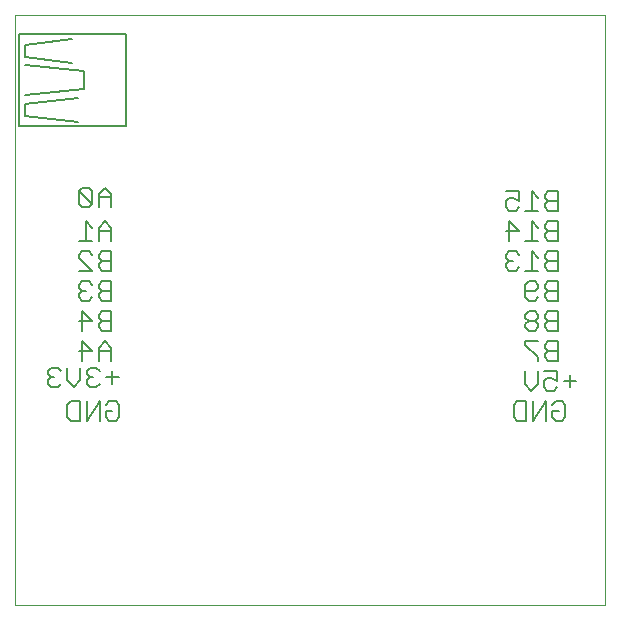
<source format=gbo>
G75*
%MOIN*%
%OFA0B0*%
%FSLAX25Y25*%
%IPPOS*%
%LPD*%
%AMOC8*
5,1,8,0,0,1.08239X$1,22.5*
%
%ADD10C,0.00000*%
%ADD11C,0.00600*%
%ADD12C,0.00500*%
D10*
X0001800Y0002083D02*
X0001800Y0198934D01*
X0198650Y0198934D01*
X0198650Y0002083D01*
X0001800Y0002083D01*
D11*
X0020406Y0063633D02*
X0019339Y0064701D01*
X0019339Y0068971D01*
X0020406Y0070039D01*
X0023609Y0070039D01*
X0023609Y0063633D01*
X0020406Y0063633D01*
X0025784Y0063633D02*
X0025784Y0070039D01*
X0030055Y0070039D02*
X0025784Y0063633D01*
X0030055Y0063633D02*
X0030055Y0070039D01*
X0032230Y0068971D02*
X0033297Y0070039D01*
X0035432Y0070039D01*
X0036500Y0068971D01*
X0036500Y0064701D01*
X0035432Y0063633D01*
X0033297Y0063633D01*
X0032230Y0064701D01*
X0032230Y0066836D01*
X0034365Y0066836D01*
X0028987Y0074883D02*
X0026852Y0074883D01*
X0025784Y0075951D01*
X0025784Y0077018D01*
X0026852Y0078086D01*
X0027919Y0078086D01*
X0026852Y0078086D02*
X0025784Y0079154D01*
X0025784Y0080221D01*
X0026852Y0081289D01*
X0028987Y0081289D01*
X0030055Y0080221D01*
X0032230Y0078086D02*
X0036500Y0078086D01*
X0034365Y0080221D02*
X0034365Y0075951D01*
X0030055Y0075951D02*
X0028987Y0074883D01*
X0023609Y0077018D02*
X0023609Y0081289D01*
X0024352Y0083633D02*
X0024352Y0090039D01*
X0027555Y0086836D01*
X0023284Y0086836D01*
X0029730Y0086836D02*
X0034000Y0086836D01*
X0034000Y0087904D02*
X0034000Y0083633D01*
X0029730Y0083633D02*
X0029730Y0087904D01*
X0031865Y0090039D01*
X0034000Y0087904D01*
X0034000Y0093633D02*
X0030797Y0093633D01*
X0029730Y0094701D01*
X0029730Y0095768D01*
X0030797Y0096836D01*
X0034000Y0096836D01*
X0034000Y0093633D02*
X0034000Y0100039D01*
X0030797Y0100039D01*
X0029730Y0098971D01*
X0029730Y0097904D01*
X0030797Y0096836D01*
X0027555Y0096836D02*
X0023284Y0096836D01*
X0024352Y0093633D02*
X0024352Y0100039D01*
X0027555Y0096836D01*
X0026487Y0103633D02*
X0024352Y0103633D01*
X0023284Y0104701D01*
X0023284Y0105768D01*
X0024352Y0106836D01*
X0025419Y0106836D01*
X0024352Y0106836D02*
X0023284Y0107904D01*
X0023284Y0108971D01*
X0024352Y0110039D01*
X0026487Y0110039D01*
X0027555Y0108971D01*
X0029730Y0108971D02*
X0029730Y0107904D01*
X0030797Y0106836D01*
X0034000Y0106836D01*
X0034000Y0103633D02*
X0034000Y0110039D01*
X0030797Y0110039D01*
X0029730Y0108971D01*
X0030797Y0106836D02*
X0029730Y0105768D01*
X0029730Y0104701D01*
X0030797Y0103633D01*
X0034000Y0103633D01*
X0027555Y0104701D02*
X0026487Y0103633D01*
X0027555Y0113633D02*
X0023284Y0113633D01*
X0027555Y0113633D02*
X0023284Y0117904D01*
X0023284Y0118971D01*
X0024352Y0120039D01*
X0026487Y0120039D01*
X0027555Y0118971D01*
X0029730Y0118971D02*
X0029730Y0117904D01*
X0030797Y0116836D01*
X0034000Y0116836D01*
X0034000Y0113633D02*
X0030797Y0113633D01*
X0029730Y0114701D01*
X0029730Y0115768D01*
X0030797Y0116836D01*
X0029730Y0118971D02*
X0030797Y0120039D01*
X0034000Y0120039D01*
X0034000Y0113633D01*
X0034000Y0123633D02*
X0034000Y0127904D01*
X0031865Y0130039D01*
X0029730Y0127904D01*
X0029730Y0123633D01*
X0027555Y0123633D02*
X0023284Y0123633D01*
X0025419Y0123633D02*
X0025419Y0130039D01*
X0027555Y0127904D01*
X0029730Y0126836D02*
X0034000Y0126836D01*
X0034000Y0134883D02*
X0034000Y0139154D01*
X0031865Y0141289D01*
X0029730Y0139154D01*
X0029730Y0134883D01*
X0027555Y0135951D02*
X0023284Y0140221D01*
X0023284Y0135951D01*
X0024352Y0134883D01*
X0026487Y0134883D01*
X0027555Y0135951D01*
X0027555Y0140221D01*
X0026487Y0141289D01*
X0024352Y0141289D01*
X0023284Y0140221D01*
X0029730Y0138086D02*
X0034000Y0138086D01*
X0019339Y0081289D02*
X0019339Y0077018D01*
X0021474Y0074883D01*
X0023609Y0077018D01*
X0017164Y0075951D02*
X0016096Y0074883D01*
X0013961Y0074883D01*
X0012893Y0075951D01*
X0012893Y0077018D01*
X0013961Y0078086D01*
X0015028Y0078086D01*
X0013961Y0078086D02*
X0012893Y0079154D01*
X0012893Y0080221D01*
X0013961Y0081289D01*
X0016096Y0081289D01*
X0017164Y0080221D01*
X0165589Y0114701D02*
X0166656Y0113633D01*
X0168791Y0113633D01*
X0169859Y0114701D01*
X0172034Y0113633D02*
X0176305Y0113633D01*
X0174169Y0113633D02*
X0174169Y0120039D01*
X0176305Y0117904D01*
X0178480Y0117904D02*
X0179547Y0116836D01*
X0182750Y0116836D01*
X0182750Y0113633D02*
X0179547Y0113633D01*
X0178480Y0114701D01*
X0178480Y0115768D01*
X0179547Y0116836D01*
X0178480Y0117904D02*
X0178480Y0118971D01*
X0179547Y0120039D01*
X0182750Y0120039D01*
X0182750Y0113633D01*
X0182750Y0110039D02*
X0179547Y0110039D01*
X0178480Y0108971D01*
X0178480Y0107904D01*
X0179547Y0106836D01*
X0182750Y0106836D01*
X0182750Y0103633D02*
X0182750Y0110039D01*
X0179547Y0106836D02*
X0178480Y0105768D01*
X0178480Y0104701D01*
X0179547Y0103633D01*
X0182750Y0103633D01*
X0182750Y0100039D02*
X0179547Y0100039D01*
X0178480Y0098971D01*
X0178480Y0097904D01*
X0179547Y0096836D01*
X0182750Y0096836D01*
X0182750Y0093633D02*
X0182750Y0100039D01*
X0179547Y0096836D02*
X0178480Y0095768D01*
X0178480Y0094701D01*
X0179547Y0093633D01*
X0182750Y0093633D01*
X0182750Y0090039D02*
X0179547Y0090039D01*
X0178480Y0088971D01*
X0178480Y0087904D01*
X0179547Y0086836D01*
X0182750Y0086836D01*
X0182750Y0083633D02*
X0179547Y0083633D01*
X0178480Y0084701D01*
X0178480Y0085768D01*
X0179547Y0086836D01*
X0182750Y0083633D02*
X0182750Y0090039D01*
X0176305Y0090039D02*
X0172034Y0090039D01*
X0172034Y0088971D01*
X0176305Y0084701D01*
X0176305Y0083633D01*
X0176109Y0080039D02*
X0176109Y0075768D01*
X0173974Y0073633D01*
X0171839Y0075768D01*
X0171839Y0080039D01*
X0178284Y0080039D02*
X0182555Y0080039D01*
X0182555Y0076836D01*
X0180419Y0077904D01*
X0179352Y0077904D01*
X0178284Y0076836D01*
X0178284Y0074701D01*
X0179352Y0073633D01*
X0181487Y0073633D01*
X0182555Y0074701D01*
X0184730Y0076836D02*
X0189000Y0076836D01*
X0186865Y0078971D02*
X0186865Y0074701D01*
X0184182Y0070039D02*
X0182047Y0070039D01*
X0180980Y0068971D01*
X0180980Y0066836D02*
X0183115Y0066836D01*
X0180980Y0066836D02*
X0180980Y0064701D01*
X0182047Y0063633D01*
X0184182Y0063633D01*
X0185250Y0064701D01*
X0185250Y0068971D01*
X0184182Y0070039D01*
X0178805Y0070039D02*
X0178805Y0063633D01*
X0174534Y0063633D02*
X0174534Y0070039D01*
X0172359Y0070039D02*
X0169156Y0070039D01*
X0168089Y0068971D01*
X0168089Y0064701D01*
X0169156Y0063633D01*
X0172359Y0063633D01*
X0172359Y0070039D01*
X0178805Y0070039D02*
X0174534Y0063633D01*
X0175237Y0093633D02*
X0173102Y0093633D01*
X0172034Y0094701D01*
X0172034Y0095768D01*
X0173102Y0096836D01*
X0175237Y0096836D01*
X0176305Y0097904D01*
X0176305Y0098971D01*
X0175237Y0100039D01*
X0173102Y0100039D01*
X0172034Y0098971D01*
X0172034Y0097904D01*
X0173102Y0096836D01*
X0175237Y0096836D02*
X0176305Y0095768D01*
X0176305Y0094701D01*
X0175237Y0093633D01*
X0175237Y0103633D02*
X0173102Y0103633D01*
X0172034Y0104701D01*
X0172034Y0108971D01*
X0173102Y0110039D01*
X0175237Y0110039D01*
X0176305Y0108971D01*
X0176305Y0107904D01*
X0175237Y0106836D01*
X0172034Y0106836D01*
X0175237Y0103633D02*
X0176305Y0104701D01*
X0165589Y0114701D02*
X0165589Y0115768D01*
X0166656Y0116836D01*
X0167724Y0116836D01*
X0166656Y0116836D02*
X0165589Y0117904D01*
X0165589Y0118971D01*
X0166656Y0120039D01*
X0168791Y0120039D01*
X0169859Y0118971D01*
X0172034Y0123633D02*
X0176305Y0123633D01*
X0174169Y0123633D02*
X0174169Y0130039D01*
X0176305Y0127904D01*
X0178480Y0127904D02*
X0179547Y0126836D01*
X0182750Y0126836D01*
X0182750Y0123633D02*
X0179547Y0123633D01*
X0178480Y0124701D01*
X0178480Y0125768D01*
X0179547Y0126836D01*
X0178480Y0127904D02*
X0178480Y0128971D01*
X0179547Y0130039D01*
X0182750Y0130039D01*
X0182750Y0123633D01*
X0182750Y0133633D02*
X0179547Y0133633D01*
X0178480Y0134701D01*
X0178480Y0135768D01*
X0179547Y0136836D01*
X0182750Y0136836D01*
X0182750Y0133633D02*
X0182750Y0140039D01*
X0179547Y0140039D01*
X0178480Y0138971D01*
X0178480Y0137904D01*
X0179547Y0136836D01*
X0176305Y0137904D02*
X0174169Y0140039D01*
X0174169Y0133633D01*
X0172034Y0133633D02*
X0176305Y0133633D01*
X0169859Y0134701D02*
X0168791Y0133633D01*
X0166656Y0133633D01*
X0165589Y0134701D01*
X0165589Y0136836D01*
X0166656Y0137904D01*
X0167724Y0137904D01*
X0169859Y0136836D01*
X0169859Y0140039D01*
X0165589Y0140039D01*
X0166656Y0130039D02*
X0169859Y0126836D01*
X0165589Y0126836D01*
X0166656Y0123633D02*
X0166656Y0130039D01*
D12*
X0038719Y0161729D02*
X0003286Y0161729D01*
X0003286Y0192438D01*
X0038719Y0192438D01*
X0038719Y0161729D01*
X0024940Y0174131D02*
X0005255Y0172162D01*
X0005255Y0169209D02*
X0022971Y0171178D01*
X0024940Y0174131D02*
X0024940Y0180036D01*
X0005255Y0182005D01*
X0005255Y0184957D02*
X0021003Y0182989D01*
X0021003Y0190863D02*
X0005255Y0188894D01*
X0005255Y0184957D01*
X0005255Y0169209D02*
X0005255Y0165272D01*
X0022971Y0163304D01*
M02*

</source>
